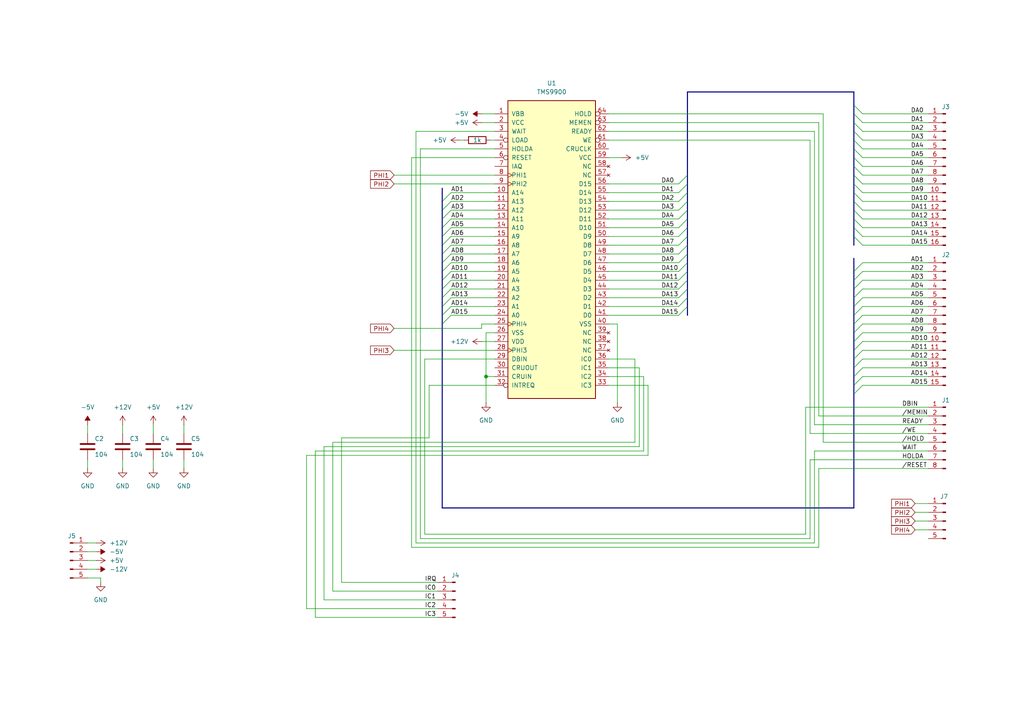
<source format=kicad_sch>
(kicad_sch (version 20250114) (generator "eeschema") (generator_version "9.0")
  (paper "A4")
  (lib_symbols
    (symbol "Connector:Conn_01x05_Pin" (pin_names (offset 1.016) (hide yes))
      (property "Reference" "J" (at 0 7.62 0))
      (property "Value" "Conn_01x05_Pin" (at 0 -7.62 0))
      (symbol "Conn_01x05_Pin_1_1"
        (rectangle (start 0.8636 5.207) (end 0 4.953) (stroke (width 0.1524)) (fill (type outline)))
        (rectangle (start 0.8636 2.667) (end 0 2.413) (stroke (width 0.1524)) (fill (type outline)))
        (rectangle (start 0.8636 0.127) (end 0 -0.127) (stroke (width 0.1524)) (fill (type outline)))
        (rectangle (start 0.8636 -2.413) (end 0 -2.667) (stroke (width 0.1524)) (fill (type outline)))
        (rectangle (start 0.8636 -4.953) (end 0 -5.207) (stroke (width 0.1524)) (fill (type outline)))
        (polyline (pts (xy 1.27 5.08) (xy 0.8636 5.08)) (stroke (width 0.1524)))
        (polyline (pts (xy 1.27 2.54) (xy 0.8636 2.54)) (stroke (width 0.1524)))
        (polyline (pts (xy 1.27 0) (xy 0.8636 0)) (stroke (width 0.1524)))
        (polyline (pts (xy 1.27 -2.54) (xy 0.8636 -2.54)) (stroke (width 0.1524)))
        (polyline (pts (xy 1.27 -5.08) (xy 0.8636 -5.08)) (stroke (width 0.1524)))
        (pin passive line (at 5.08 5.08 180) (length 3.81) (name "Pin_1") (number "1"))
        (pin passive line (at 5.08 2.54 180) (length 3.81) (name "Pin_2") (number "2"))
        (pin passive line (at 5.08 0 180) (length 3.81) (name "Pin_3") (number "3"))
        (pin passive line (at 5.08 -2.54 180) (length 3.81) (name "Pin_4") (number "4"))
        (pin passive line (at 5.08 -5.08 180) (length 3.81) (name "Pin_5") (number "5"))
      )
    )
    (symbol "Connector:Conn_01x08_Pin" (pin_names (offset 1.016) (hide yes))
      (property "Reference" "J" (at 0 10.16 0))
      (property "Value" "Conn_01x08_Pin" (at 0 -12.7 0))
      (symbol "Conn_01x08_Pin_1_1"
        (rectangle (start 0.8636 7.747) (end 0 7.493) (stroke (width 0.1524)) (fill (type outline)))
        (rectangle (start 0.8636 5.207) (end 0 4.953) (stroke (width 0.1524)) (fill (type outline)))
        (rectangle (start 0.8636 2.667) (end 0 2.413) (stroke (width 0.1524)) (fill (type outline)))
        (rectangle (start 0.8636 0.127) (end 0 -0.127) (stroke (width 0.1524)) (fill (type outline)))
        (rectangle (start 0.8636 -2.413) (end 0 -2.667) (stroke (width 0.1524)) (fill (type outline)))
        (rectangle (start 0.8636 -4.953) (end 0 -5.207) (stroke (width 0.1524)) (fill (type outline)))
        (rectangle (start 0.8636 -7.493) (end 0 -7.747) (stroke (width 0.1524)) (fill (type outline)))
        (rectangle (start 0.8636 -10.033) (end 0 -10.287) (stroke (width 0.1524)) (fill (type outline)))
        (polyline (pts (xy 1.27 7.62) (xy 0.8636 7.62)) (stroke (width 0.1524)))
        (polyline (pts (xy 1.27 5.08) (xy 0.8636 5.08)) (stroke (width 0.1524)))
        (polyline (pts (xy 1.27 2.54) (xy 0.8636 2.54)) (stroke (width 0.1524)))
        (polyline (pts (xy 1.27 0) (xy 0.8636 0)) (stroke (width 0.1524)))
        (polyline (pts (xy 1.27 -2.54) (xy 0.8636 -2.54)) (stroke (width 0.1524)))
        (polyline (pts (xy 1.27 -5.08) (xy 0.8636 -5.08)) (stroke (width 0.1524)))
        (polyline (pts (xy 1.27 -7.62) (xy 0.8636 -7.62)) (stroke (width 0.1524)))
        (polyline (pts (xy 1.27 -10.16) (xy 0.8636 -10.16)) (stroke (width 0.1524)))
        (pin passive line (at 5.08 7.62 180) (length 3.81) (name "Pin_1") (number "1"))
        (pin passive line (at 5.08 5.08 180) (length 3.81) (name "Pin_2") (number "2"))
        (pin passive line (at 5.08 2.54 180) (length 3.81) (name "Pin_3") (number "3"))
        (pin passive line (at 5.08 0 180) (length 3.81) (name "Pin_4") (number "4"))
        (pin passive line (at 5.08 -2.54 180) (length 3.81) (name "Pin_5") (number "5"))
        (pin passive line (at 5.08 -5.08 180) (length 3.81) (name "Pin_6") (number "6"))
        (pin passive line (at 5.08 -7.62 180) (length 3.81) (name "Pin_7") (number "7"))
        (pin passive line (at 5.08 -10.16 180) (length 3.81) (name "Pin_8") (number "8"))
      )
    )
    (symbol "Connector:Conn_01x15_Pin" (pin_names (offset 1.016) (hide yes))
      (property "Reference" "J" (at 0 20.32 0))
      (property "Value" "Conn_01x15_Pin" (at 0 -20.32 0))
      (symbol "Conn_01x15_Pin_1_1"
        (rectangle (start 0.8636 17.907) (end 0 17.653) (stroke (width 0.1524)) (fill (type outline)))
        (rectangle (start 0.8636 15.367) (end 0 15.113) (stroke (width 0.1524)) (fill (type outline)))
        (rectangle (start 0.8636 12.827) (end 0 12.573) (stroke (width 0.1524)) (fill (type outline)))
        (rectangle (start 0.8636 10.287) (end 0 10.033) (stroke (width 0.1524)) (fill (type outline)))
        (rectangle (start 0.8636 7.747) (end 0 7.493) (stroke (width 0.1524)) (fill (type outline)))
        (rectangle (start 0.8636 5.207) (end 0 4.953) (stroke (width 0.1524)) (fill (type outline)))
        (rectangle (start 0.8636 2.667) (end 0 2.413) (stroke (width 0.1524)) (fill (type outline)))
        (rectangle (start 0.8636 0.127) (end 0 -0.127) (stroke (width 0.1524)) (fill (type outline)))
        (rectangle (start 0.8636 -2.413) (end 0 -2.667) (stroke (width 0.1524)) (fill (type outline)))
        (rectangle (start 0.8636 -4.953) (end 0 -5.207) (stroke (width 0.1524)) (fill (type outline)))
        (rectangle (start 0.8636 -7.493) (end 0 -7.747) (stroke (width 0.1524)) (fill (type outline)))
        (rectangle (start 0.8636 -10.033) (end 0 -10.287) (stroke (width 0.1524)) (fill (type outline)))
        (rectangle (start 0.8636 -12.573) (end 0 -12.827) (stroke (width 0.1524)) (fill (type outline)))
        (rectangle (start 0.8636 -15.113) (end 0 -15.367) (stroke (width 0.1524)) (fill (type outline)))
        (rectangle (start 0.8636 -17.653) (end 0 -17.907) (stroke (width 0.1524)) (fill (type outline)))
        (polyline (pts (xy 1.27 17.78) (xy 0.8636 17.78)) (stroke (width 0.1524)))
        (polyline (pts (xy 1.27 15.24) (xy 0.8636 15.24)) (stroke (width 0.1524)))
        (polyline (pts (xy 1.27 12.7) (xy 0.8636 12.7)) (stroke (width 0.1524)))
        (polyline (pts (xy 1.27 10.16) (xy 0.8636 10.16)) (stroke (width 0.1524)))
        (polyline (pts (xy 1.27 7.62) (xy 0.8636 7.62)) (stroke (width 0.1524)))
        (polyline (pts (xy 1.27 5.08) (xy 0.8636 5.08)) (stroke (width 0.1524)))
        (polyline (pts (xy 1.27 2.54) (xy 0.8636 2.54)) (stroke (width 0.1524)))
        (polyline (pts (xy 1.27 0) (xy 0.8636 0)) (stroke (width 0.1524)))
        (polyline (pts (xy 1.27 -2.54) (xy 0.8636 -2.54)) (stroke (width 0.1524)))
        (polyline (pts (xy 1.27 -5.08) (xy 0.8636 -5.08)) (stroke (width 0.1524)))
        (polyline (pts (xy 1.27 -7.62) (xy 0.8636 -7.62)) (stroke (width 0.1524)))
        (polyline (pts (xy 1.27 -10.16) (xy 0.8636 -10.16)) (stroke (width 0.1524)))
        (polyline (pts (xy 1.27 -12.7) (xy 0.8636 -12.7)) (stroke (width 0.1524)))
        (polyline (pts (xy 1.27 -15.24) (xy 0.8636 -15.24)) (stroke (width 0.1524)))
        (polyline (pts (xy 1.27 -17.78) (xy 0.8636 -17.78)) (stroke (width 0.1524)))
        (pin passive line (at 5.08 17.78 180) (length 3.81) (name "Pin_1") (number "1"))
        (pin passive line (at 5.08 15.24 180) (length 3.81) (name "Pin_2") (number "2"))
        (pin passive line (at 5.08 12.7 180) (length 3.81) (name "Pin_3") (number "3"))
        (pin passive line (at 5.08 10.16 180) (length 3.81) (name "Pin_4") (number "4"))
        (pin passive line (at 5.08 7.62 180) (length 3.81) (name "Pin_5") (number "5"))
        (pin passive line (at 5.08 5.08 180) (length 3.81) (name "Pin_6") (number "6"))
        (pin passive line (at 5.08 2.54 180) (length 3.81) (name "Pin_7") (number "7"))
        (pin passive line (at 5.08 0 180) (length 3.81) (name "Pin_8") (number "8"))
        (pin passive line (at 5.08 -2.54 180) (length 3.81) (name "Pin_9") (number "9"))
        (pin passive line (at 5.08 -5.08 180) (length 3.81) (name "Pin_10") (number "10"))
        (pin passive line (at 5.08 -7.62 180) (length 3.81) (name "Pin_11") (number "11"))
        (pin passive line (at 5.08 -10.16 180) (length 3.81) (name "Pin_12") (number "12"))
        (pin passive line (at 5.08 -12.7 180) (length 3.81) (name "Pin_13") (number "13"))
        (pin passive line (at 5.08 -15.24 180) (length 3.81) (name "Pin_14") (number "14"))
        (pin passive line (at 5.08 -17.78 180) (length 3.81) (name "Pin_15") (number "15"))
      )
    )
    (symbol "Connector:Conn_01x16_Pin" (pin_names (offset 1.016) (hide yes))
      (property "Reference" "J" (at 0 20.32 0))
      (property "Value" "Conn_01x16_Pin" (at 0 -22.86 0))
      (symbol "Conn_01x16_Pin_1_1"
        (rectangle (start 0.8636 17.907) (end 0 17.653) (stroke (width 0.1524)) (fill (type outline)))
        (rectangle (start 0.8636 15.367) (end 0 15.113) (stroke (width 0.1524)) (fill (type outline)))
        (rectangle (start 0.8636 12.827) (end 0 12.573) (stroke (width 0.1524)) (fill (type outline)))
        (rectangle (start 0.8636 10.287) (end 0 10.033) (stroke (width 0.1524)) (fill (type outline)))
        (rectangle (start 0.8636 7.747) (end 0 7.493) (stroke (width 0.1524)) (fill (type outline)))
        (rectangle (start 0.8636 5.207) (end 0 4.953) (stroke (width 0.1524)) (fill (type outline)))
        (rectangle (start 0.8636 2.667) (end 0 2.413) (stroke (width 0.1524)) (fill (type outline)))
        (rectangle (start 0.8636 0.127) (end 0 -0.127) (stroke (width 0.1524)) (fill (type outline)))
        (rectangle (start 0.8636 -2.413) (end 0 -2.667) (stroke (width 0.1524)) (fill (type outline)))
        (rectangle (start 0.8636 -4.953) (end 0 -5.207) (stroke (width 0.1524)) (fill (type outline)))
        (rectangle (start 0.8636 -7.493) (end 0 -7.747) (stroke (width 0.1524)) (fill (type outline)))
        (rectangle (start 0.8636 -10.033) (end 0 -10.287) (stroke (width 0.1524)) (fill (type outline)))
        (rectangle (start 0.8636 -12.573) (end 0 -12.827) (stroke (width 0.1524)) (fill (type outline)))
        (rectangle (start 0.8636 -15.113) (end 0 -15.367) (stroke (width 0.1524)) (fill (type outline)))
        (rectangle (start 0.8636 -17.653) (end 0 -17.907) (stroke (width 0.1524)) (fill (type outline)))
        (rectangle (start 0.8636 -20.193) (end 0 -20.447) (stroke (width 0.1524)) (fill (type outline)))
        (polyline (pts (xy 1.27 17.78) (xy 0.8636 17.78)) (stroke (width 0.1524)))
        (polyline (pts (xy 1.27 15.24) (xy 0.8636 15.24)) (stroke (width 0.1524)))
        (polyline (pts (xy 1.27 12.7) (xy 0.8636 12.7)) (stroke (width 0.1524)))
        (polyline (pts (xy 1.27 10.16) (xy 0.8636 10.16)) (stroke (width 0.1524)))
        (polyline (pts (xy 1.27 7.62) (xy 0.8636 7.62)) (stroke (width 0.1524)))
        (polyline (pts (xy 1.27 5.08) (xy 0.8636 5.08)) (stroke (width 0.1524)))
        (polyline (pts (xy 1.27 2.54) (xy 0.8636 2.54)) (stroke (width 0.1524)))
        (polyline (pts (xy 1.27 0) (xy 0.8636 0)) (stroke (width 0.1524)))
        (polyline (pts (xy 1.27 -2.54) (xy 0.8636 -2.54)) (stroke (width 0.1524)))
        (polyline (pts (xy 1.27 -5.08) (xy 0.8636 -5.08)) (stroke (width 0.1524)))
        (polyline (pts (xy 1.27 -7.62) (xy 0.8636 -7.62)) (stroke (width 0.1524)))
        (polyline (pts (xy 1.27 -10.16) (xy 0.8636 -10.16)) (stroke (width 0.1524)))
        (polyline (pts (xy 1.27 -12.7) (xy 0.8636 -12.7)) (stroke (width 0.1524)))
        (polyline (pts (xy 1.27 -15.24) (xy 0.8636 -15.24)) (stroke (width 0.1524)))
        (polyline (pts (xy 1.27 -17.78) (xy 0.8636 -17.78)) (stroke (width 0.1524)))
        (polyline (pts (xy 1.27 -20.32) (xy 0.8636 -20.32)) (stroke (width 0.1524)))
        (pin passive line (at 5.08 17.78 180) (length 3.81) (name "Pin_1") (number "1"))
        (pin passive line (at 5.08 15.24 180) (length 3.81) (name "Pin_2") (number "2"))
        (pin passive line (at 5.08 12.7 180) (length 3.81) (name "Pin_3") (number "3"))
        (pin passive line (at 5.08 10.16 180) (length 3.81) (name "Pin_4") (number "4"))
        (pin passive line (at 5.08 7.62 180) (length 3.81) (name "Pin_5") (number "5"))
        (pin passive line (at 5.08 5.08 180) (length 3.81) (name "Pin_6") (number "6"))
        (pin passive line (at 5.08 2.54 180) (length 3.81) (name "Pin_7") (number "7"))
        (pin passive line (at 5.08 0 180) (length 3.81) (name "Pin_8") (number "8"))
        (pin passive line (at 5.08 -2.54 180) (length 3.81) (name "Pin_9") (number "9"))
        (pin passive line (at 5.08 -5.08 180) (length 3.81) (name "Pin_10") (number "10"))
        (pin passive line (at 5.08 -7.62 180) (length 3.81) (name "Pin_11") (number "11"))
        (pin passive line (at 5.08 -10.16 180) (length 3.81) (name "Pin_12") (number "12"))
        (pin passive line (at 5.08 -12.7 180) (length 3.81) (name "Pin_13") (number "13"))
        (pin passive line (at 5.08 -15.24 180) (length 3.81) (name "Pin_14") (number "14"))
        (pin passive line (at 5.08 -17.78 180) (length 3.81) (name "Pin_15") (number "15"))
        (pin passive line (at 5.08 -20.32 180) (length 3.81) (name "Pin_16") (number "16"))
      )
    )
    (symbol "Device:C" (pin_numbers (hide yes)) (pin_names (offset 0.254))
      (property "Reference" "C" (at 0.635 2.54 0))
      (property "Value" "C" (at 0.635 -2.54 0))
      (symbol "C_0_1"
        (polyline (pts (xy -2.032 0.762) (xy 2.032 0.762)) (stroke (width 0.508)))
        (polyline (pts (xy -2.032 -0.762) (xy 2.032 -0.762)) (stroke (width 0.508)))
      )
      (symbol "C_1_1"
        (pin passive line (at 0 3.81 270) (length 2.794) (name "~") (number "1"))
        (pin passive line (at 0 -3.81 90) (length 2.794) (name "~") (number "2"))
      )
    )
    (symbol "Device:R" (pin_numbers (hide yes)) (pin_names (offset 0))
      (property "Reference" "R" (at 2.032 0 90))
      (property "Value" "R" (at 0 0 90))
      (symbol "R_0_1"
        (rectangle (start -1.016 -2.54) (end 1.016 2.54) (stroke (width 0.254)))
      )
      (symbol "R_1_1"
        (pin passive line (at 0 3.81 270) (length 1.27) (name "~") (number "1"))
        (pin passive line (at 0 -3.81 90) (length 1.27) (name "~") (number "2"))
      )
    )
    (symbol "User:TMS9900" (pin_names (offset 1.016))
      (property "Reference" "U" (at -12.192 66.294 0))
      (property "Value" "TMS9900" (at 4.064 66.294 0))
      (symbol "TMS9900_0_1"
        (rectangle (start -12.7 64.77) (end 12.7 -21.59) (stroke (width 0.254)) (fill (type background)))
      )
      (symbol "TMS9900_1_1"
        (pin power_in line (at -16.51 60.96 0) (length 3.81) (name "VBB") (number "1"))
        (pin power_in line (at -16.51 58.42 0) (length 3.81) (name "VCC") (number "2"))
        (pin output line (at -16.51 55.88 0) (length 3.81) (name "WAIT") (number "3"))
        (pin input inverted (at -16.51 53.34 0) (length 3.81) (name "LOAD") (number "4"))
        (pin output line (at -16.51 50.8 0) (length 3.81) (name "HOLDA") (number "5"))
        (pin input inverted (at -16.51 48.26 0) (length 3.81) (name "RESET") (number "6"))
        (pin output line (at -16.51 45.72 0) (length 3.81) (name "IAQ") (number "7"))
        (pin input clock (at -16.51 43.18 0) (length 3.81) (name "PHI1") (number "8"))
        (pin input clock (at -16.51 40.64 0) (length 3.81) (name "PHI2") (number "9"))
        (pin bidirectional line (at -16.51 38.1 0) (length 3.81) (name "A14") (number "10"))
        (pin bidirectional line (at -16.51 35.56 0) (length 3.81) (name "A13") (number "11"))
        (pin bidirectional line (at -16.51 33.02 0) (length 3.81) (name "A12") (number "12"))
        (pin bidirectional line (at -16.51 30.48 0) (length 3.81) (name "A11") (number "13"))
        (pin bidirectional line (at -16.51 27.94 0) (length 3.81) (name "A10") (number "14"))
        (pin bidirectional line (at -16.51 25.4 0) (length 3.81) (name "A9") (number "15"))
        (pin bidirectional line (at -16.51 22.86 0) (length 3.81) (name "A8") (number "16"))
        (pin bidirectional line (at -16.51 20.32 0) (length 3.81) (name "A7") (number "17"))
        (pin bidirectional line (at -16.51 17.78 0) (length 3.81) (name "A6") (number "18"))
        (pin bidirectional line (at -16.51 15.24 0) (length 3.81) (name "A5") (number "19"))
        (pin bidirectional line (at -16.51 12.7 0) (length 3.81) (name "A4") (number "20"))
        (pin bidirectional line (at -16.51 10.16 0) (length 3.81) (name "A3") (number "21"))
        (pin bidirectional line (at -16.51 7.62 0) (length 3.81) (name "A2") (number "22"))
        (pin bidirectional line (at -16.51 5.08 0) (length 3.81) (name "A1") (number "23"))
        (pin bidirectional line (at -16.51 2.54 0) (length 3.81) (name "A0") (number "24"))
        (pin input clock (at -16.51 0 0) (length 3.81) (name "PHI4") (number "25"))
        (pin power_in line (at -16.51 -2.54 0) (length 3.81) (name "VSS") (number "26"))
        (pin power_in line (at -16.51 -5.08 0) (length 3.81) (name "VDD") (number "27"))
        (pin input clock (at -16.51 -7.62 0) (length 3.81) (name "PHI3") (number "28"))
        (pin output line (at -16.51 -10.16 0) (length 3.81) (name "DBIN") (number "29"))
        (pin output line (at -16.51 -12.7 0) (length 3.81) (name "CRUOUT") (number "30"))
        (pin input line (at -16.51 -15.24 0) (length 3.81) (name "CRUIN") (number "31"))
        (pin input inverted (at -16.51 -17.78 0) (length 3.81) (name "INTREQ") (number "32"))
        (pin input inverted (at 16.51 60.96 180) (length 3.81) (name "HOLD") (number "64"))
        (pin output inverted (at 16.51 58.42 180) (length 3.81) (name "MEMEN") (number "63"))
        (pin input line (at 16.51 55.88 180) (length 3.81) (name "READY") (number "62"))
        (pin output inverted (at 16.51 53.34 180) (length 3.81) (name "WE") (number "61"))
        (pin output line (at 16.51 50.8 180) (length 3.81) (name "CRUCLK") (number "60"))
        (pin power_in line (at 16.51 48.26 180) (length 3.81) (name "VCC") (number "59"))
        (pin no_connect line (at 16.51 45.72 180) (length 3.81) (name "NC") (number "58"))
        (pin no_connect line (at 16.51 43.18 180) (length 3.81) (name "NC") (number "57"))
        (pin passive line (at 16.51 40.64 180) (length 3.81) (name "D15") (number "56"))
        (pin bidirectional line (at 16.51 38.1 180) (length 3.81) (name "D14") (number "55"))
        (pin power_in line (at 16.51 35.56 180) (length 3.81) (name "D13") (number "54"))
        (pin power_in line (at 16.51 33.02 180) (length 3.81) (name "D12") (number "53"))
        (pin bidirectional line (at 16.51 30.48 180) (length 3.81) (name "D11") (number "52"))
        (pin bidirectional line (at 16.51 27.94 180) (length 3.81) (name "D10") (number "51"))
        (pin bidirectional line (at 16.51 25.4 180) (length 3.81) (name "D9") (number "50"))
        (pin bidirectional line (at 16.51 22.86 180) (length 3.81) (name "D8") (number "49"))
        (pin bidirectional line (at 16.51 20.32 180) (length 3.81) (name "D7") (number "48"))
        (pin power_in line (at 16.51 17.78 180) (length 3.81) (name "D6") (number "47"))
        (pin power_in line (at 16.51 15.24 180) (length 3.81) (name "D5") (number "46"))
        (pin bidirectional line (at 16.51 12.7 180) (length 3.81) (name "D4") (number "45"))
        (pin bidirectional line (at 16.51 10.16 180) (length 3.81) (name "D3") (number "44"))
        (pin bidirectional line (at 16.51 7.62 180) (length 3.81) (name "D2") (number "43"))
        (pin bidirectional line (at 16.51 5.08 180) (length 3.81) (name "D1") (number "42"))
        (pin bidirectional line (at 16.51 2.54 180) (length 3.81) (name "D0") (number "41"))
        (pin power_in line (at 16.51 0 180) (length 3.81) (name "VSS") (number "40"))
        (pin no_connect line (at 16.51 -2.54 180) (length 3.81) (name "NC") (number "39"))
        (pin no_connect line (at 16.51 -5.08 180) (length 3.81) (name "NC") (number "38"))
        (pin no_connect line (at 16.51 -7.62 180) (length 3.81) (name "NC") (number "37"))
        (pin input line (at 16.51 -10.16 180) (length 3.81) (name "IC0") (number "36"))
        (pin input line (at 16.51 -12.7 180) (length 3.81) (name "IC1") (number "35"))
        (pin input line (at 16.51 -15.24 180) (length 3.81) (name "IC2") (number "34"))
        (pin input line (at 16.51 -17.78 180) (length 3.81) (name "IC3") (number "33"))
      )
    )
    (symbol "power:+12V" (power) (pin_numbers (hide yes)) (pin_names (offset 0) (hide yes))
      (property "Value" "+12V" (at 0 3.556 0))
      (symbol "+12V_0_1"
        (polyline (pts (xy -0.762 1.27) (xy 0 2.54)))
        (polyline (pts (xy 0 2.54) (xy 0.762 1.27)))
        (polyline (pts (xy 0 0) (xy 0 2.54)))
      )
      (symbol "+12V_1_1"
        (pin power_in line (at 0 0 90) (length 0) (name "~") (number "1"))
      )
    )
    (symbol "power:+5V" (power) (pin_numbers (hide yes)) (pin_names (offset 0) (hide yes))
      (property "Value" "+5V" (at 0 3.556 0))
      (symbol "+5V_0_1"
        (polyline (pts (xy -0.762 1.27) (xy 0 2.54)))
        (polyline (pts (xy 0 2.54) (xy 0.762 1.27)))
        (polyline (pts (xy 0 0) (xy 0 2.54)))
      )
      (symbol "+5V_1_1"
        (pin power_in line (at 0 0 90) (length 0) (name "~") (number "1"))
      )
    )
    (symbol "power:-12V" (power) (pin_numbers (hide yes)) (pin_names (offset 0) (hide yes))
      (property "Value" "-12V" (at 0 3.556 0))
      (symbol "-12V_0_0"
        (pin power_in line (at 0 0 90) (length 0) (name "~") (number "1"))
      )
      (symbol "-12V_0_1"
        (polyline (pts (xy 0 0) (xy 0 1.27) (xy 0.762 1.27) (xy 0 2.54) (xy -0.762 1.27) (xy 0 1.27)) (fill (type outline)))
      )
    )
    (symbol "power:-5V" (power) (pin_numbers (hide yes)) (pin_names (offset 0) (hide yes))
      (property "Value" "-5V" (at 0 3.556 0))
      (symbol "-5V_0_0"
        (pin power_in line (at 0 0 90) (length 0) (name "~") (number "1"))
      )
      (symbol "-5V_0_1"
        (polyline (pts (xy 0 0) (xy 0 1.27) (xy 0.762 1.27) (xy 0 2.54) (xy -0.762 1.27) (xy 0 1.27)) (fill (type outline)))
      )
    )
    (symbol "power:GND" (power) (pin_numbers (hide yes)) (pin_names (offset 0) (hide yes))
      (property "Value" "GND" (at 0 -3.81 0))
      (symbol "GND_0_1"
        (polyline (pts (xy 0 0) (xy 0 -1.27) (xy 1.27 -1.27) (xy 0 -2.54) (xy -1.27 -1.27) (xy 0 -1.27)))
      )
      (symbol "GND_1_1"
        (pin power_in line (at 0 0 270) (length 0) (name "~") (number "1"))
      )
    )
  )
  (junction (at 140.97 109.22))
  (bus_entry (at 247.65 109.22) (size 2.54 -2.54))
  (bus_entry (at 128.27 71.12) (size 2.54 -2.54))
  (bus_entry (at 128.27 83.82) (size 2.54 -2.54))
  (bus_entry (at 128.27 73.66) (size 2.54 -2.54))
  (bus_entry (at 196.85 76.2) (size 2.54 -2.54))
  (bus_entry (at 196.85 60.96) (size 2.54 -2.54))
  (bus_entry (at 247.65 58.42) (size 2.54 2.54))
  (bus_entry (at 247.65 53.34) (size 2.54 2.54))
  (bus_entry (at 196.85 88.9) (size 2.54 -2.54))
  (bus_entry (at 247.65 35.56) (size 2.54 2.54))
  (bus_entry (at 247.65 111.76) (size 2.54 -2.54))
  (bus_entry (at 128.27 91.44) (size 2.54 -2.54))
  (bus_entry (at 128.27 66.04) (size 2.54 -2.54))
  (bus_entry (at 196.85 78.74) (size 2.54 -2.54))
  (bus_entry (at 196.85 63.5) (size 2.54 -2.54))
  (bus_entry (at 247.65 30.48) (size 2.54 2.54))
  (bus_entry (at 196.85 83.82) (size 2.54 -2.54))
  (bus_entry (at 128.27 60.96) (size 2.54 -2.54))
  (bus_entry (at 247.65 50.8) (size 2.54 2.54))
  (bus_entry (at 128.27 68.58) (size 2.54 -2.54))
  (bus_entry (at 196.85 71.12) (size 2.54 -2.54))
  (bus_entry (at 247.65 38.1) (size 2.54 2.54))
  (bus_entry (at 128.27 86.36) (size 2.54 -2.54))
  (bus_entry (at 247.65 66.04) (size 2.54 2.54))
  (bus_entry (at 196.85 81.28) (size 2.54 -2.54))
  (bus_entry (at 247.65 104.14) (size 2.54 -2.54))
  (bus_entry (at 247.65 68.58) (size 2.54 2.54))
  (bus_entry (at 247.65 33.02) (size 2.54 2.54))
  (bus_entry (at 247.65 81.28) (size 2.54 -2.54))
  (bus_entry (at 247.65 114.3) (size 2.54 -2.54))
  (bus_entry (at 247.65 101.6) (size 2.54 -2.54))
  (bus_entry (at 128.27 93.98) (size 2.54 -2.54))
  (bus_entry (at 247.65 83.82) (size 2.54 -2.54))
  (bus_entry (at 196.85 91.44) (size 2.54 -2.54))
  (bus_entry (at 196.85 58.42) (size 2.54 -2.54))
  (bus_entry (at 247.65 99.06) (size 2.54 -2.54))
  (bus_entry (at 247.65 48.26) (size 2.54 2.54))
  (bus_entry (at 247.65 55.88) (size 2.54 2.54))
  (bus_entry (at 247.65 86.36) (size 2.54 -2.54))
  (bus_entry (at 128.27 76.2) (size 2.54 -2.54))
  (bus_entry (at 247.65 106.68) (size 2.54 -2.54))
  (bus_entry (at 128.27 58.42) (size 2.54 -2.54))
  (bus_entry (at 247.65 40.64) (size 2.54 2.54))
  (bus_entry (at 247.65 43.18) (size 2.54 2.54))
  (bus_entry (at 128.27 81.28) (size 2.54 -2.54))
  (bus_entry (at 247.65 88.9) (size 2.54 -2.54))
  (bus_entry (at 247.65 45.72) (size 2.54 2.54))
  (bus_entry (at 128.27 63.5) (size 2.54 -2.54))
  (bus_entry (at 128.27 88.9) (size 2.54 -2.54))
  (bus_entry (at 196.85 66.04) (size 2.54 -2.54))
  (bus_entry (at 247.65 93.98) (size 2.54 -2.54))
  (bus_entry (at 247.65 63.5) (size 2.54 2.54))
  (bus_entry (at 247.65 91.44) (size 2.54 -2.54))
  (bus_entry (at 196.85 73.66) (size 2.54 -2.54))
  (bus_entry (at 196.85 68.58) (size 2.54 -2.54))
  (bus_entry (at 247.65 60.96) (size 2.54 2.54))
  (bus_entry (at 196.85 53.34) (size 2.54 -2.54))
  (bus_entry (at 196.85 55.88) (size 2.54 -2.54))
  (bus_entry (at 247.65 96.52) (size 2.54 -2.54))
  (bus_entry (at 196.85 86.36) (size 2.54 -2.54))
  (bus_entry (at 128.27 78.74) (size 2.54 -2.54))
  (bus_entry (at 247.65 78.74) (size 2.54 -2.54))
  (wire (pts (xy 250.19 60.96) (xy 269.24 60.96)))
  (wire (pts (xy 143.51 43.18) (xy 121.92 43.18)))
  (wire (pts (xy 130.81 55.88) (xy 143.51 55.88)))
  (wire (pts (xy 250.19 40.64) (xy 269.24 40.64)))
  (wire (pts (xy 250.19 99.06) (xy 269.24 99.06)))
  (wire (pts (xy 250.19 78.74) (xy 269.24 78.74)))
  (bus (pts (xy 128.27 71.12) (xy 128.27 73.66)))
  (wire (pts (xy 237.49 158.75) (xy 237.49 135.89)))
  (bus (pts (xy 247.65 68.58) (xy 247.65 71.12)))
  (wire (pts (xy 179.07 93.98) (xy 176.53 93.98)))
  (wire (pts (xy 185.42 129.54) (xy 185.42 106.68)))
  (bus (pts (xy 247.65 88.9) (xy 247.65 91.44)))
  (bus (pts (xy 247.65 43.18) (xy 247.65 45.72)))
  (wire (pts (xy 250.19 48.26) (xy 269.24 48.26)))
  (wire (pts (xy 250.19 81.28) (xy 269.24 81.28)))
  (wire (pts (xy 269.24 153.67) (xy 265.43 153.67)))
  (wire (pts (xy 176.53 68.58) (xy 196.85 68.58)))
  (bus (pts (xy 247.65 96.52) (xy 247.65 99.06)))
  (bus (pts (xy 128.27 83.82) (xy 128.27 86.36)))
  (wire (pts (xy 127 173.99) (xy 93.98 173.99)))
  (wire (pts (xy 133.35 40.64) (xy 134.62 40.64)))
  (wire (pts (xy 29.21 168.91) (xy 29.21 167.64)))
  (wire (pts (xy 91.44 130.81) (xy 91.44 179.07)))
  (wire (pts (xy 53.34 123.19) (xy 53.34 125.73)))
  (bus (pts (xy 199.39 73.66) (xy 199.39 71.12)))
  (wire (pts (xy 236.22 123.19) (xy 236.22 38.1)))
  (wire (pts (xy 269.24 123.19) (xy 236.22 123.19)))
  (bus (pts (xy 199.39 63.5) (xy 199.39 60.96)))
  (bus (pts (xy 199.39 88.9) (xy 199.39 86.36)))
  (wire (pts (xy 269.24 148.59) (xy 265.43 148.59)))
  (wire (pts (xy 96.52 128.27) (xy 184.15 128.27)))
  (wire (pts (xy 120.65 38.1) (xy 120.65 157.48)))
  (wire (pts (xy 130.81 71.12) (xy 143.51 71.12)))
  (bus (pts (xy 128.27 88.9) (xy 128.27 91.44)))
  (wire (pts (xy 25.4 157.48) (xy 27.94 157.48)))
  (bus (pts (xy 247.65 38.1) (xy 247.65 40.64)))
  (bus (pts (xy 247.65 91.44) (xy 247.65 93.98)))
  (wire (pts (xy 99.06 168.91) (xy 99.06 127)))
  (bus (pts (xy 247.65 111.76) (xy 247.65 114.3)))
  (wire (pts (xy 124.46 111.76) (xy 124.46 127)))
  (wire (pts (xy 250.19 43.18) (xy 269.24 43.18)))
  (wire (pts (xy 114.3 101.6) (xy 143.51 101.6)))
  (wire (pts (xy 25.4 133.35) (xy 25.4 135.89)))
  (wire (pts (xy 130.81 83.82) (xy 143.51 83.82)))
  (wire (pts (xy 130.81 66.04) (xy 143.51 66.04)))
  (wire (pts (xy 250.19 66.04) (xy 269.24 66.04)))
  (wire (pts (xy 130.81 58.42) (xy 143.51 58.42)))
  (wire (pts (xy 96.52 171.45) (xy 96.52 128.27)))
  (wire (pts (xy 88.9 176.53) (xy 127 176.53)))
  (wire (pts (xy 250.19 83.82) (xy 269.24 83.82)))
  (wire (pts (xy 93.98 173.99) (xy 93.98 129.54)))
  (bus (pts (xy 199.39 55.88) (xy 199.39 53.34)))
  (bus (pts (xy 247.65 30.48) (xy 247.65 33.02)))
  (bus (pts (xy 247.65 74.93) (xy 247.65 78.74)))
  (bus (pts (xy 199.39 53.34) (xy 199.39 50.8)))
  (wire (pts (xy 121.92 43.18) (xy 121.92 156.21)))
  (bus (pts (xy 247.65 60.96) (xy 247.65 63.5)))
  (wire (pts (xy 119.38 158.75) (xy 237.49 158.75)))
  (wire (pts (xy 124.46 127) (xy 99.06 127)))
  (wire (pts (xy 127 171.45) (xy 96.52 171.45)))
  (wire (pts (xy 234.95 40.64) (xy 234.95 125.73)))
  (wire (pts (xy 143.51 38.1) (xy 120.65 38.1)))
  (wire (pts (xy 123.19 104.14) (xy 123.19 154.94)))
  (bus (pts (xy 199.39 50.8) (xy 199.39 26.67)))
  (bus (pts (xy 128.27 58.42) (xy 128.27 60.96)))
  (bus (pts (xy 247.65 78.74) (xy 247.65 81.28)))
  (wire (pts (xy 250.19 106.68) (xy 269.24 106.68)))
  (wire (pts (xy 176.53 38.1) (xy 236.22 38.1)))
  (bus (pts (xy 128.27 76.2) (xy 128.27 78.74)))
  (bus (pts (xy 128.27 73.66) (xy 128.27 76.2)))
  (wire (pts (xy 186.69 109.22) (xy 176.53 109.22)))
  (bus (pts (xy 247.65 66.04) (xy 247.65 68.58)))
  (bus (pts (xy 247.65 50.8) (xy 247.65 53.34)))
  (wire (pts (xy 176.53 33.02) (xy 238.76 33.02)))
  (bus (pts (xy 247.65 35.56) (xy 247.65 38.1)))
  (wire (pts (xy 269.24 128.27) (xy 238.76 128.27)))
  (bus (pts (xy 199.39 76.2) (xy 199.39 73.66)))
  (wire (pts (xy 176.53 63.5) (xy 196.85 63.5)))
  (bus (pts (xy 128.27 78.74) (xy 128.27 81.28)))
  (bus (pts (xy 247.65 104.14) (xy 247.65 106.68)))
  (wire (pts (xy 236.22 157.48) (xy 236.22 130.81)))
  (bus (pts (xy 247.65 63.5) (xy 247.65 66.04)))
  (bus (pts (xy 128.27 60.96) (xy 128.27 63.5)))
  (wire (pts (xy 250.19 86.36) (xy 269.24 86.36)))
  (wire (pts (xy 176.53 73.66) (xy 196.85 73.66)))
  (wire (pts (xy 121.92 156.21) (xy 234.95 156.21)))
  (bus (pts (xy 199.39 78.74) (xy 199.39 76.2)))
  (wire (pts (xy 25.4 165.1) (xy 27.94 165.1)))
  (wire (pts (xy 140.97 96.52) (xy 140.97 109.22)))
  (bus (pts (xy 247.65 58.42) (xy 247.65 60.96)))
  (bus (pts (xy 247.65 45.72) (xy 247.65 48.26)))
  (wire (pts (xy 250.19 50.8) (xy 269.24 50.8)))
  (wire (pts (xy 176.53 71.12) (xy 196.85 71.12)))
  (bus (pts (xy 247.65 53.34) (xy 247.65 55.88)))
  (wire (pts (xy 119.38 45.72) (xy 119.38 158.75)))
  (wire (pts (xy 91.44 130.81) (xy 186.69 130.81)))
  (wire (pts (xy 184.15 104.14) (xy 176.53 104.14)))
  (wire (pts (xy 143.51 104.14) (xy 123.19 104.14)))
  (wire (pts (xy 127 179.07) (xy 91.44 179.07)))
  (wire (pts (xy 233.68 118.11) (xy 269.24 118.11)))
  (bus (pts (xy 247.65 86.36) (xy 247.65 88.9)))
  (wire (pts (xy 176.53 76.2) (xy 196.85 76.2)))
  (wire (pts (xy 139.7 95.25) (xy 139.7 93.98)))
  (bus (pts (xy 247.65 101.6) (xy 247.65 104.14)))
  (wire (pts (xy 250.19 63.5) (xy 269.24 63.5)))
  (wire (pts (xy 250.19 71.12) (xy 269.24 71.12)))
  (wire (pts (xy 130.81 68.58) (xy 143.51 68.58)))
  (wire (pts (xy 237.49 120.65) (xy 269.24 120.65)))
  (wire (pts (xy 250.19 55.88) (xy 269.24 55.88)))
  (bus (pts (xy 128.27 63.5) (xy 128.27 66.04)))
  (bus (pts (xy 128.27 68.58) (xy 128.27 71.12)))
  (bus (pts (xy 247.65 83.82) (xy 247.65 86.36)))
  (wire (pts (xy 269.24 146.05) (xy 265.43 146.05)))
  (bus (pts (xy 247.65 109.22) (xy 247.65 111.76)))
  (wire (pts (xy 250.19 109.22) (xy 269.24 109.22)))
  (wire (pts (xy 233.68 154.94) (xy 233.68 118.11)))
  (bus (pts (xy 247.65 114.3) (xy 247.65 147.32)))
  (wire (pts (xy 176.53 81.28) (xy 196.85 81.28)))
  (bus (pts (xy 199.39 86.36) (xy 199.39 83.82)))
  (wire (pts (xy 186.69 130.81) (xy 186.69 109.22)))
  (wire (pts (xy 140.97 109.22) (xy 140.97 116.84)))
  (bus (pts (xy 247.65 26.67) (xy 247.65 30.48)))
  (bus (pts (xy 199.39 81.28) (xy 199.39 78.74)))
  (wire (pts (xy 187.96 111.76) (xy 187.96 132.08)))
  (wire (pts (xy 130.81 91.44) (xy 143.51 91.44)))
  (bus (pts (xy 247.65 33.02) (xy 247.65 35.56)))
  (bus (pts (xy 128.27 81.28) (xy 128.27 83.82)))
  (wire (pts (xy 130.81 78.74) (xy 143.51 78.74)))
  (wire (pts (xy 176.53 60.96) (xy 196.85 60.96)))
  (wire (pts (xy 114.3 95.25) (xy 139.7 95.25)))
  (wire (pts (xy 250.19 88.9) (xy 269.24 88.9)))
  (wire (pts (xy 234.95 125.73) (xy 269.24 125.73)))
  (wire (pts (xy 139.7 99.06) (xy 143.51 99.06)))
  (wire (pts (xy 127 168.91) (xy 99.06 168.91)))
  (wire (pts (xy 139.7 93.98) (xy 143.51 93.98)))
  (wire (pts (xy 250.19 101.6) (xy 269.24 101.6)))
  (bus (pts (xy 128.27 86.36) (xy 128.27 88.9)))
  (wire (pts (xy 142.24 40.64) (xy 143.51 40.64)))
  (wire (pts (xy 53.34 133.35) (xy 53.34 135.89)))
  (wire (pts (xy 35.56 123.19) (xy 35.56 125.73)))
  (wire (pts (xy 130.81 63.5) (xy 143.51 63.5)))
  (wire (pts (xy 25.4 160.02) (xy 27.94 160.02)))
  (bus (pts (xy 247.65 81.28) (xy 247.65 83.82)))
  (wire (pts (xy 130.81 81.28) (xy 143.51 81.28)))
  (wire (pts (xy 93.98 129.54) (xy 185.42 129.54)))
  (bus (pts (xy 128.27 66.04) (xy 128.27 68.58)))
  (wire (pts (xy 250.19 35.56) (xy 269.24 35.56)))
  (wire (pts (xy 176.53 111.76) (xy 187.96 111.76)))
  (wire (pts (xy 250.19 58.42) (xy 269.24 58.42)))
  (wire (pts (xy 25.4 123.19) (xy 25.4 125.73)))
  (wire (pts (xy 176.53 83.82) (xy 196.85 83.82)))
  (wire (pts (xy 140.97 109.22) (xy 143.51 109.22)))
  (wire (pts (xy 237.49 135.89) (xy 269.24 135.89)))
  (wire (pts (xy 143.51 96.52) (xy 140.97 96.52)))
  (bus (pts (xy 199.39 66.04) (xy 199.39 63.5)))
  (wire (pts (xy 250.19 104.14) (xy 269.24 104.14)))
  (wire (pts (xy 250.19 38.1) (xy 269.24 38.1)))
  (bus (pts (xy 199.39 68.58) (xy 199.39 66.04)))
  (bus (pts (xy 199.39 91.44) (xy 199.39 88.9)))
  (wire (pts (xy 176.53 40.64) (xy 234.95 40.64)))
  (bus (pts (xy 247.65 93.98) (xy 247.65 96.52)))
  (wire (pts (xy 176.53 58.42) (xy 196.85 58.42)))
  (wire (pts (xy 250.19 68.58) (xy 269.24 68.58)))
  (bus (pts (xy 199.39 58.42) (xy 199.39 55.88)))
  (wire (pts (xy 120.65 157.48) (xy 236.22 157.48)))
  (bus (pts (xy 247.65 48.26) (xy 247.65 50.8)))
  (wire (pts (xy 234.95 133.35) (xy 234.95 156.21)))
  (bus (pts (xy 199.39 71.12) (xy 199.39 68.58)))
  (wire (pts (xy 29.21 167.64) (xy 25.4 167.64)))
  (wire (pts (xy 187.96 132.08) (xy 88.9 132.08)))
  (bus (pts (xy 128.27 147.32) (xy 247.65 147.32)))
  (wire (pts (xy 176.53 45.72) (xy 180.34 45.72)))
  (wire (pts (xy 238.76 128.27) (xy 238.76 33.02)))
  (wire (pts (xy 250.19 45.72) (xy 269.24 45.72)))
  (wire (pts (xy 250.19 96.52) (xy 269.24 96.52)))
  (wire (pts (xy 185.42 106.68) (xy 176.53 106.68)))
  (wire (pts (xy 179.07 116.84) (xy 179.07 93.98)))
  (wire (pts (xy 236.22 130.81) (xy 269.24 130.81)))
  (wire (pts (xy 35.56 133.35) (xy 35.56 135.89)))
  (wire (pts (xy 143.51 35.56) (xy 139.7 35.56)))
  (wire (pts (xy 237.49 35.56) (xy 237.49 120.65)))
  (wire (pts (xy 130.81 73.66) (xy 143.51 73.66)))
  (wire (pts (xy 25.4 162.56) (xy 27.94 162.56)))
  (bus (pts (xy 247.65 40.64) (xy 247.65 43.18)))
  (bus (pts (xy 247.65 106.68) (xy 247.65 109.22)))
  (wire (pts (xy 123.19 154.94) (xy 233.68 154.94)))
  (bus (pts (xy 247.65 99.06) (xy 247.65 101.6)))
  (bus (pts (xy 128.27 91.44) (xy 128.27 93.98)))
  (wire (pts (xy 176.53 86.36) (xy 196.85 86.36)))
  (bus (pts (xy 247.65 55.88) (xy 247.65 58.42)))
  (wire (pts (xy 130.81 60.96) (xy 143.51 60.96)))
  (wire (pts (xy 250.19 33.02) (xy 269.24 33.02)))
  (wire (pts (xy 184.15 128.27) (xy 184.15 104.14)))
  (wire (pts (xy 176.53 66.04) (xy 196.85 66.04)))
  (wire (pts (xy 269.24 151.13) (xy 265.43 151.13)))
  (wire (pts (xy 176.53 55.88) (xy 196.85 55.88)))
  (wire (pts (xy 176.53 88.9) (xy 196.85 88.9)))
  (bus (pts (xy 199.39 60.96) (xy 199.39 58.42)))
  (bus (pts (xy 128.27 54.61) (xy 128.27 58.42)))
  (wire (pts (xy 176.53 78.74) (xy 196.85 78.74)))
  (wire (pts (xy 139.7 33.02) (xy 143.51 33.02)))
  (wire (pts (xy 44.45 133.35) (xy 44.45 135.89)))
  (wire (pts (xy 250.19 91.44) (xy 269.24 91.44)))
  (bus (pts (xy 199.39 83.82) (xy 199.39 81.28)))
  (wire (pts (xy 176.53 35.56) (xy 237.49 35.56)))
  (wire (pts (xy 130.81 86.36) (xy 143.51 86.36)))
  (wire (pts (xy 250.19 53.34) (xy 269.24 53.34)))
  (wire (pts (xy 176.53 53.34) (xy 196.85 53.34)))
  (wire (pts (xy 130.81 76.2) (xy 143.51 76.2)))
  (wire (pts (xy 176.53 91.44) (xy 196.85 91.44)))
  (wire (pts (xy 44.45 123.19) (xy 44.45 125.73)))
  (wire (pts (xy 114.3 50.8) (xy 143.51 50.8)))
  (wire (pts (xy 130.81 88.9) (xy 143.51 88.9)))
  (wire (pts (xy 234.95 133.35) (xy 269.24 133.35)))
  (wire (pts (xy 119.38 45.72) (xy 143.51 45.72)))
  (wire (pts (xy 143.51 111.76) (xy 124.46 111.76)))
  (wire (pts (xy 114.3 53.34) (xy 143.51 53.34)))
  (bus (pts (xy 128.27 93.98) (xy 128.27 147.32)))
  (wire (pts (xy 250.19 111.76) (xy 269.24 111.76)))
  (wire (pts (xy 250.19 76.2) (xy 269.24 76.2)))
  (wire (pts (xy 250.19 93.98) (xy 269.24 93.98)))
  (wire (pts (xy 88.9 176.53) (xy 88.9 132.08)))
  (bus (pts (xy 199.39 26.67) (xy 247.65 26.67)))
  (label "HOLDA" (at 261.62 133.35 0))
  (label "DA2" (at 191.77 58.42 0))
  (label "AD14" (at 130.81 88.9 0))
  (label "IC2" (at 123.19 176.53 0))
  (label "DA13" (at 264.16 66.04 0))
  (label "DA7" (at 191.77 71.12 0))
  (label "DA0" (at 191.77 53.34 0))
  (label "DA6" (at 264.16 48.26 0))
  (label "AD15" (at 130.81 91.44 0))
  (label "AD12" (at 130.81 83.82 0))
  (label "AD13" (at 264.16 106.68 0))
  (label "DA10" (at 264.16 58.42 0))
  (label "IRQ" (at 123.19 168.91 0))
  (label "IC1" (at 123.19 173.99 0))
  (label "DA1" (at 191.77 55.88 0))
  (label "AD8" (at 130.81 73.66 0))
  (label "AD12" (at 264.16 104.14 0))
  (label "AD3" (at 130.81 60.96 0))
  (label "DA7" (at 264.16 50.8 0))
  (label "DA4" (at 191.77 63.5 0))
  (label "AD2" (at 264.16 78.74 0))
  (label "DA1" (at 264.16 35.56 0))
  (label "AD8" (at 264.16 93.98 0))
  (label "AD4" (at 264.16 83.82 0))
  (label "DBIN" (at 261.62 118.11 0))
  (label "DA14" (at 264.16 68.58 0))
  (label "AD2" (at 130.81 58.42 0))
  (label "WAIT" (at 261.62 130.81 0))
  (label "DA8" (at 264.16 53.34 0))
  (label "AD6" (at 264.16 88.9 0))
  (label "READY" (at 261.62 123.19 0))
  (label "AD14" (at 264.16 109.22 0))
  (label "IC0" (at 123.19 171.45 0))
  (label "DA5" (at 264.16 45.72 0))
  (label "DA3" (at 264.16 40.64 0))
  (label "AD6" (at 130.81 68.58 0))
  (label "AD7" (at 264.16 91.44 0))
  (label "AD11" (at 264.16 101.6 0))
  (label "DA9" (at 191.77 76.2 0))
  (label "DA10" (at 191.77 78.74 0))
  (label "AD13" (at 130.81 86.36 0))
  (label "DA14" (at 191.77 88.9 0))
  (label "DA0" (at 264.16 33.02 0))
  (label "DA12" (at 191.77 83.82 0))
  (label "AD11" (at 130.81 81.28 0))
  (label "DA11" (at 191.77 81.28 0))
  (label "AD7" (at 130.81 71.12 0))
  (label "DA11" (at 264.16 60.96 0))
  (label "DA12" (at 264.16 63.5 0))
  (label "AD1" (at 130.81 55.88 0))
  (label "DA5" (at 191.77 66.04 0))
  (label "AD3" (at 264.16 81.28 0))
  (label "DA15" (at 191.77 91.44 0))
  (label "AD9" (at 130.81 76.2 0))
  (label "DA8" (at 191.77 73.66 0))
  (label "AD15" (at 264.16 111.76 0))
  (label "{slash}WE" (at 261.62 125.73 0))
  (label "AD1" (at 264.16 76.2 0))
  (label "AD5" (at 264.16 86.36 0))
  (label "DA4" (at 264.16 43.18 0))
  (label "{slash}MEMIN" (at 261.62 120.65 0))
  (label "AD9" (at 264.16 96.52 0))
  (label "DA13" (at 191.77 86.36 0))
  (label "DA6" (at 191.77 68.58 0))
  (label "AD4" (at 130.81 63.5 0))
  (label "DA9" (at 264.16 55.88 0))
  (label "AD10" (at 130.81 78.74 0))
  (label "AD10" (at 264.16 99.06 0))
  (label "IC3" (at 123.19 179.07 0))
  (label "{slash}RESET" (at 261.62 135.89 0))
  (label "DA3" (at 191.77 60.96 0))
  (label "{slash}HOLD" (at 261.62 128.27 0))
  (label "DA15" (at 264.16 71.12 0))
  (label "DA2" (at 264.16 38.1 0))
  (label "AD5" (at 130.81 66.04 0))
  (global_label "PHI2" (shape input) (at 114.3 53.34 180) (property "Intersheetrefs" "${INTERSHEET_REFS}" (effects (hide yes))))
  (global_label "PHI3" (shape input) (at 265.43 151.13 180) (property "Intersheetrefs" "${INTERSHEET_REFS}" (effects (hide yes))))
  (global_label "PHI2" (shape input) (at 265.43 148.59 180) (property "Intersheetrefs" "${INTERSHEET_REFS}" (effects (hide yes))))
  (global_label "PHI3" (shape input) (at 114.3 101.6 180) (property "Intersheetrefs" "${INTERSHEET_REFS}" (effects (hide yes))))
  (global_label "PHI4" (shape input) (at 265.43 153.67 180) (property "Intersheetrefs" "${INTERSHEET_REFS}" (effects (hide yes))))
  (global_label "PHI1" (shape input) (at 114.3 50.8 180) (property "Intersheetrefs" "${INTERSHEET_REFS}" (effects (hide yes))))
  (global_label "PHI1" (shape input) (at 265.43 146.05 180) (property "Intersheetrefs" "${INTERSHEET_REFS}" (effects (hide yes))))
  (global_label "PHI4" (shape input) (at 114.3 95.25 180) (property "Intersheetrefs" "${INTERSHEET_REFS}" (effects (hide yes))))
  (symbol (lib_id "Connector:Conn_01x15_Pin") (at 274.32 93.98 0) (mirror y) (unit 1)
    (property "Reference" "J2" (at 274.32 73.914 0))
    (property "Value" "Conn_01x15_Pin" (effects (hide yes)))
    (property "Footprint" "Connector_PinHeader_2.54mm:PinHeader_1x15_P2.54mm_Vertical" (effects (hide yes)))
    (property "Description" "Generic connector, single row, 01x15, script generated" (effects (hide yes)))
  )
  (symbol (lib_id "Device:C") (at 44.45 129.54 0) (unit 1)
    (property "Reference" "C4" (at 46.482 127.254 0) (effects (justify left)))
    (property "Value" "104" (at 46.482 131.826 0) (effects (justify left)))
    (property "Footprint" "Capacitor_THT:C_Disc_D3.0mm_W2.0mm_P2.50mm" (effects (hide yes)))
    (property "Description" "Unpolarized capacitor" (effects (hide yes)))
  )
  (symbol (lib_id "power:GND") (at 25.4 135.89 0) (unit 1)
    (property "Reference" "#PWR031" (effects (hide yes)))
    (property "Value" "GND" (at 25.4 140.97 0))
    (property "Description" "Power symbol creates a global label with name \"GND\" , ground" (effects (hide yes)))
  )
  (symbol (lib_id "power:+5V") (at 180.34 45.72 270) (unit 1)
    (property "Reference" "#PWR015" (effects (hide yes)))
    (property "Value" "+5V" (at 184.15 45.7201 90) (effects (justify left)))
    (property "Description" "Power symbol creates a global label with name \"+5V\"" (effects (hide yes)))
  )
  (symbol (lib_id "Connector:Conn_01x05_Pin") (at 132.08 173.99 0) (mirror y) (unit 1)
    (property "Reference" "J4" (at 132.08 166.878 0))
    (property "Value" "Conn_01x05_Pin" (effects (hide yes)))
    (property "Footprint" "Connector_PinHeader_2.54mm:PinHeader_1x05_P2.54mm_Vertical" (effects (hide yes)))
    (property "Description" "Generic connector, single row, 01x05, script generated" (effects (hide yes)))
  )
  (symbol (lib_id "power:+12V") (at 27.94 157.48 270) (unit 1)
    (property "Reference" "#PWR08" (effects (hide yes)))
    (property "Value" "+12V" (at 31.75 157.4799 90) (effects (justify left)))
    (property "Description" "Power symbol creates a global label with name \"+12V\"" (effects (hide yes)))
  )
  (symbol (lib_id "power:+5V") (at 133.35 40.64 90) (unit 1)
    (property "Reference" "#PWR020" (effects (hide yes)))
    (property "Value" "+5V" (at 129.54 40.6399 90) (effects (justify left)))
    (property "Description" "Power symbol creates a global label with name \"+5V\"" (effects (hide yes)))
  )
  (symbol (lib_id "Device:C") (at 25.4 129.54 0) (unit 1)
    (property "Reference" "C2" (at 27.432 127.254 0) (effects (justify left)))
    (property "Value" "104" (at 27.432 131.826 0) (effects (justify left)))
    (property "Footprint" "Capacitor_THT:C_Disc_D3.0mm_W2.0mm_P2.50mm" (effects (hide yes)))
    (property "Description" "Unpolarized capacitor" (effects (hide yes)))
  )
  (symbol (lib_id "Connector:Conn_01x16_Pin") (at 274.32 50.8 0) (mirror y) (unit 1)
    (property "Reference" "J3" (at 274.32 30.988 0))
    (property "Value" "Conn_01x16_Pin" (effects (hide yes)))
    (property "Footprint" "Connector_PinHeader_2.54mm:PinHeader_1x16_P2.54mm_Vertical" (effects (hide yes)))
    (property "Description" "Generic connector, single row, 01x16, script generated" (effects (hide yes)))
  )
  (symbol (lib_id "power:+12V") (at 139.7 99.06 90) (unit 1)
    (property "Reference" "#PWR014" (effects (hide yes)))
    (property "Value" "+12V" (at 135.89 99.0599 90) (effects (justify left)))
    (property "Description" "Power symbol creates a global label with name \"+12V\"" (effects (hide yes)))
  )
  (symbol (lib_id "power:GND") (at 53.34 135.89 0) (unit 1)
    (property "Reference" "#PWR037" (effects (hide yes)))
    (property "Value" "GND" (at 53.34 140.97 0))
    (property "Description" "Power symbol creates a global label with name \"GND\" , ground" (effects (hide yes)))
  )
  (symbol (lib_id "power:GND") (at 29.21 168.91 0) (unit 1)
    (property "Reference" "#PWR010" (effects (hide yes)))
    (property "Value" "GND" (at 29.21 173.99 0))
    (property "Description" "Power symbol creates a global label with name \"GND\" , ground" (effects (hide yes)))
  )
  (symbol (lib_id "power:-5V") (at 27.94 160.02 270) (unit 1)
    (property "Reference" "#PWR06" (effects (hide yes)))
    (property "Value" "-5V" (at 31.75 160.0199 90) (effects (justify left)))
    (property "Description" "Power symbol creates a global label with name \"-5V\"" (effects (hide yes)))
  )
  (symbol (lib_id "Connector:Conn_01x05_Pin") (at 20.32 162.56 0) (unit 1)
    (property "Reference" "J5" (at 20.828 155.448 0))
    (property "Value" "Conn_01x05_Pin" (effects (hide yes)))
    (property "Footprint" "Connector_PinHeader_2.54mm:PinHeader_1x05_P2.54mm_Vertical" (effects (hide yes)))
    (property "Description" "Generic connector, single row, 01x05, script generated" (effects (hide yes)))
  )
  (symbol (lib_id "Connector:Conn_01x08_Pin") (at 274.32 125.73 0) (mirror y) (unit 1)
    (property "Reference" "J1" (at 274.32 116.078 0))
    (property "Value" "Conn_01x08_Pin" (effects (hide yes)))
    (property "Footprint" "Connector_PinHeader_2.54mm:PinHeader_1x08_P2.54mm_Vertical" (effects (hide yes)))
    (property "Description" "Generic connector, single row, 01x08, script generated" (effects (hide yes)))
  )
  (symbol (lib_id "power:GND") (at 35.56 135.89 0) (unit 1)
    (property "Reference" "#PWR032" (effects (hide yes)))
    (property "Value" "GND" (at 35.56 140.97 0))
    (property "Description" "Power symbol creates a global label with name \"GND\" , ground" (effects (hide yes)))
  )
  (symbol (lib_id "power:-5V") (at 139.7 33.02 90) (unit 1)
    (property "Reference" "#PWR012" (effects (hide yes)))
    (property "Value" "-5V" (at 135.89 33.0199 90) (effects (justify left)))
    (property "Description" "Power symbol creates a global label with name \"-5V\"" (effects (hide yes)))
  )
  (symbol (lib_id "Device:C") (at 53.34 129.54 0) (unit 1)
    (property "Reference" "C5" (at 55.372 127.254 0) (effects (justify left)))
    (property "Value" "104" (at 55.372 131.826 0) (effects (justify left)))
    (property "Footprint" "Capacitor_THT:C_Disc_D3.0mm_W2.0mm_P2.50mm" (effects (hide yes)))
    (property "Description" "Unpolarized capacitor" (effects (hide yes)))
  )
  (symbol (lib_id "power:+12V") (at 35.56 123.19 0) (unit 1)
    (property "Reference" "#PWR034" (effects (hide yes)))
    (property "Value" "+12V" (at 35.56 118.11 0))
    (property "Description" "Power symbol creates a global label with name \"+12V\"" (effects (hide yes)))
  )
  (symbol (lib_id "power:GND") (at 179.07 116.84 0) (unit 1)
    (property "Reference" "#PWR016" (effects (hide yes)))
    (property "Value" "GND" (at 179.07 121.92 0))
    (property "Description" "Power symbol creates a global label with name \"GND\" , ground" (effects (hide yes)))
  )
  (symbol (lib_id "power:+5V") (at 44.45 123.19 0) (unit 1)
    (property "Reference" "#PWR035" (effects (hide yes)))
    (property "Value" "+5V" (at 44.45 118.11 0))
    (property "Description" "Power symbol creates a global label with name \"+5V\"" (effects (hide yes)))
  )
  (symbol (lib_id "power:+12V") (at 53.34 123.19 0) (unit 1)
    (property "Reference" "#PWR036" (effects (hide yes)))
    (property "Value" "+12V" (at 53.34 118.11 0))
    (property "Description" "Power symbol creates a global label with name \"+12V\"" (effects (hide yes)))
  )
  (symbol (lib_id "power:+5V") (at 27.94 162.56 270) (unit 1)
    (property "Reference" "#PWR09" (effects (hide yes)))
    (property "Value" "+5V" (at 31.75 162.5599 90) (effects (justify left)))
    (property "Description" "Power symbol creates a global label with name \"+5V\"" (effects (hide yes)))
  )
  (symbol (lib_id "power:GND") (at 44.45 135.89 0) (unit 1)
    (property "Reference" "#PWR033" (effects (hide yes)))
    (property "Value" "GND" (at 44.45 140.97 0))
    (property "Description" "Power symbol creates a global label with name \"GND\" , ground" (effects (hide yes)))
  )
  (symbol (lib_id "power:-12V") (at 27.94 165.1 270) (unit 1)
    (property "Reference" "#PWR07" (effects (hide yes)))
    (property "Value" "-12V" (at 31.75 165.0999 90) (effects (justify left)))
    (property "Description" "Power symbol creates a global label with name \"-12V\"" (effects (hide yes)))
  )
  (symbol (lib_id "Connector:Conn_01x05_Pin") (at 274.32 151.13 0) (mirror y) (unit 1)
    (property "Reference" "J7" (at 273.812 144.018 0))
    (property "Value" "Conn_01x05_Pin" (effects (hide yes)))
    (property "Footprint" "Connector_PinHeader_2.54mm:PinHeader_1x05_P2.54mm_Vertical" (effects (hide yes)))
    (property "Description" "Generic connector, single row, 01x05, script generated" (effects (hide yes)))
  )
  (symbol (lib_id "User:TMS9900") (at 160.02 93.98 0) (unit 1)
    (property "Reference" "U1" (at 160.02 24.13 0))
    (property "Value" "TMS9900" (at 160.02 26.67 0))
    (property "Footprint" "Package_DIP:DIP-64_W22.86mm" (effects (hide yes)))
  )
  (symbol (lib_id "Device:R") (at 138.43 40.64 90) (unit 1)
    (property "Reference" "R1" (effects (hide yes)))
    (property "Value" "1k" (at 138.43 40.64 90))
    (property "Footprint" "Resistor_THT:R_Axial_DIN0207_L6.3mm_D2.5mm_P10.16mm_Horizontal" (effects (hide yes)))
    (property "Description" "Resistor" (effects (hide yes)))
  )
  (symbol (lib_id "Device:C") (at 35.56 129.54 0) (unit 1)
    (property "Reference" "C3" (at 37.592 127.254 0) (effects (justify left)))
    (property "Value" "104" (at 37.592 131.826 0) (effects (justify left)))
    (property "Footprint" "Capacitor_THT:C_Disc_D3.0mm_W2.0mm_P2.50mm" (effects (hide yes)))
    (property "Description" "Unpolarized capacitor" (effects (hide yes)))
  )
  (symbol (lib_id "power:-5V") (at 25.4 123.19 0) (unit 1)
    (property "Reference" "#PWR030" (effects (hide yes)))
    (property "Value" "-5V" (at 25.4 118.11 0))
    (property "Description" "Power symbol creates a global label with name \"-5V\"" (effects (hide yes)))
  )
  (symbol (lib_id "power:GND") (at 140.97 116.84 0) (unit 1)
    (property "Reference" "#PWR013" (effects (hide yes)))
    (property "Value" "GND" (at 140.97 121.92 0))
    (property "Description" "Power symbol creates a global label with name \"GND\" , ground" (effects (hide yes)))
  )
  (symbol (lib_id "power:+5V") (at 139.7 35.56 90) (unit 1)
    (property "Reference" "#PWR011" (effects (hide yes)))
    (property "Value" "+5V" (at 135.89 35.5599 90) (effects (justify left)))
    (property "Description" "Power symbol creates a global label with name \"+5V\"" (effects (hide yes)))
  )
)
</source>
